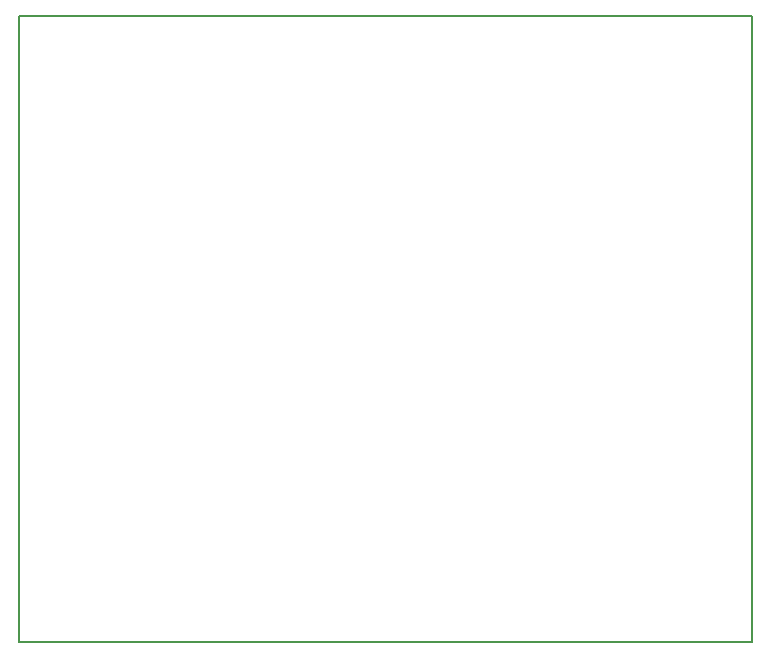
<source format=gm1>
G04 #@! TF.GenerationSoftware,KiCad,Pcbnew,7.0.7-7.0.7~ubuntu22.04.1*
G04 #@! TF.CreationDate,2023-10-12T01:04:17+02:00*
G04 #@! TF.ProjectId,PD_Micro,50445f4d-6963-4726-9f2e-6b696361645f,rev?*
G04 #@! TF.SameCoordinates,PX7ce2370PY67d8790*
G04 #@! TF.FileFunction,Profile,NP*
%FSLAX46Y46*%
G04 Gerber Fmt 4.6, Leading zero omitted, Abs format (unit mm)*
G04 Created by KiCad (PCBNEW 7.0.7-7.0.7~ubuntu22.04.1) date 2023-10-12 01:04:17*
%MOMM*%
%LPD*%
G01*
G04 APERTURE LIST*
G04 #@! TA.AperFunction,Profile*
%ADD10C,0.150000*%
G04 #@! TD*
G04 APERTURE END LIST*
D10*
X106050000Y-31110000D02*
X44050000Y-31110000D01*
X44050000Y-1110000D01*
X44050000Y-614000D01*
X44050000Y14626000D01*
X44050000Y15626000D01*
X44050000Y21890000D01*
X106050000Y21890000D01*
X106050000Y-31110000D01*
M02*

</source>
